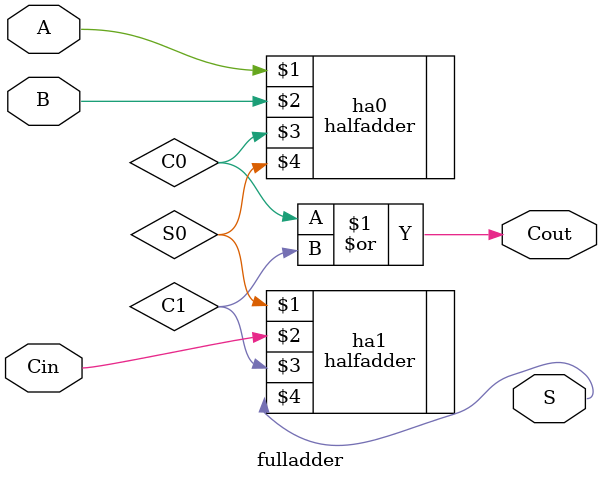
<source format=v>
module fulladder(A, B, Cin, Cout, S);
input A,B,Cin;
output Cout, S;
wire C0, C1, S0;

halfadder ha0(A,B,C0,S0);
halfadder ha1(S0,Cin,C1,S);

assign Cout = C0 | C1;

endmodule
</source>
